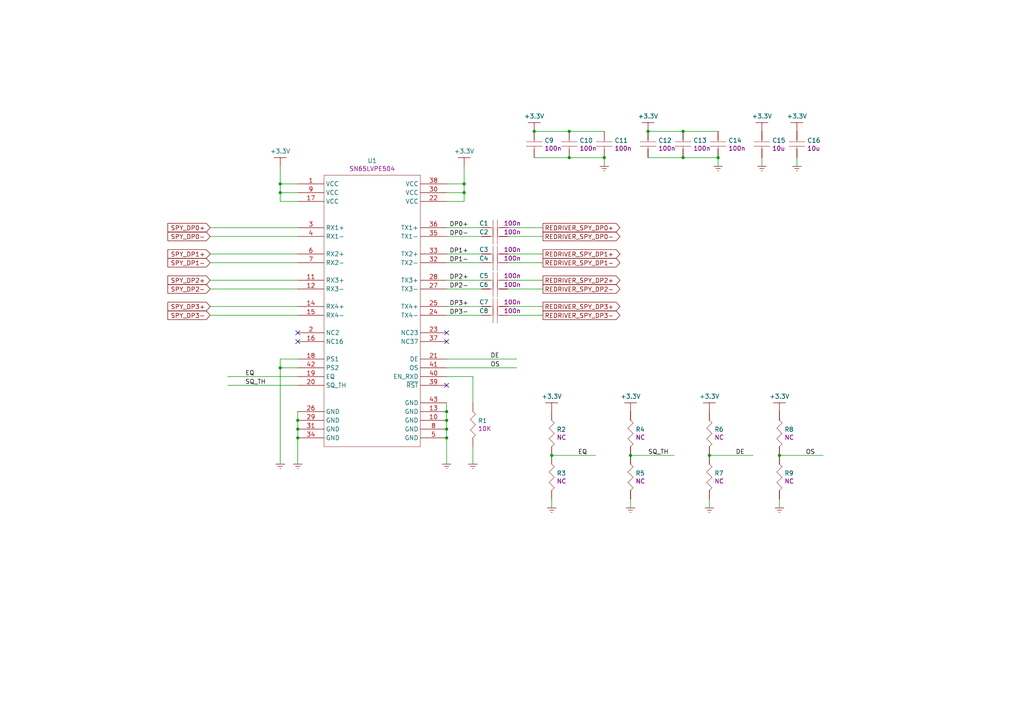
<source format=kicad_sch>
(kicad_sch (version 20200714) (host eeschema "(5.99.0-2858-ga3fc028c9b)")

  (page 4 5)

  (paper "A4")

  (title_block
    (comment 2 "VeSPA - PCIe eval plug")
  )

  (lib_symbols
    (symbol "CI_REDRIVER:PCIe_HALF_x4_Gen2_SN65LVPE504" (pin_names (offset 0.508))
      (property "Reference" "U" (id 0) (at 0 2.286 0)
        (effects (font (size 1.27 1.27)) (justify left top))
      )
      (property "Value" "PCIe_HALF_x4_Gen2_SN65LVPE504" (id 1) (at 27.94 -78.74 0)
        (effects (font (size 0.889 0.889)) (justify left) hide)
      )
      (property "Footprint" "TBD" (id 2) (at 27.94 -80.264 0)
        (effects (font (size 1.27 1.27)) (justify left) hide)
      )
      (property "Datasheet" "" (id 3) (at 0 0 0)
        (effects (font (size 1.27 1.27)) hide)
      )
      (property "Field4" "SN65LVPE504" (id 4) (at 0 -78.994 0)
        (effects (font (size 1.27 1.27)) (justify left top))
      )
      (property "a_CODE_ODY" "ODE0260" (id 5) (at 27.94 -81.788 0)
        (effects (font (size 1.27 1.27)) (justify left) hide)
      )
      (symbol "PCIe_HALF_x4_Gen2_SN65LVPE504_0_1"
        (rectangle (start 0 0) (end 27.94 -78.74)
          (stroke (width 0.1016)) (fill (type none))
        )
      )
      (symbol "PCIe_HALF_x4_Gen2_SN65LVPE504_0_0"
        (pin power_in line (at -7.62 -2.54 0) (length 7.62)
          (name "VCC" (effects (font (size 1.27 1.27))))
          (number "1" (effects (font (size 1.27 1.27))))
        )
        (pin power_in line (at 35.56 -71.12 180) (length 7.62)
          (name "GND" (effects (font (size 1.27 1.27))))
          (number "10" (effects (font (size 1.27 1.27))))
        )
        (pin passive line (at -7.62 -30.48 0) (length 7.62)
          (name "RX3+" (effects (font (size 1.27 1.27))))
          (number "11" (effects (font (size 1.27 1.27))))
        )
        (pin passive line (at -7.62 -33.02 0) (length 7.62)
          (name "RX3-" (effects (font (size 1.27 1.27))))
          (number "12" (effects (font (size 1.27 1.27))))
        )
        (pin power_in line (at 35.56 -68.58 180) (length 7.62)
          (name "GND" (effects (font (size 1.27 1.27))))
          (number "13" (effects (font (size 1.27 1.27))))
        )
        (pin passive line (at -7.62 -38.1 0) (length 7.62)
          (name "RX4+" (effects (font (size 1.27 1.27))))
          (number "14" (effects (font (size 1.27 1.27))))
        )
        (pin passive line (at -7.62 -40.64 0) (length 7.62)
          (name "RX4-" (effects (font (size 1.27 1.27))))
          (number "15" (effects (font (size 1.27 1.27))))
        )
        (pin passive line (at -7.62 -48.26 0) (length 7.62)
          (name "NC16" (effects (font (size 1.27 1.27))))
          (number "16" (effects (font (size 1.27 1.27))))
        )
        (pin power_in line (at -7.62 -7.62 0) (length 7.62)
          (name "VCC" (effects (font (size 1.27 1.27))))
          (number "17" (effects (font (size 1.27 1.27))))
        )
        (pin passive line (at -7.62 -53.34 0) (length 7.62)
          (name "PS1" (effects (font (size 1.27 1.27))))
          (number "18" (effects (font (size 1.27 1.27))))
        )
        (pin passive line (at -7.62 -58.42 0) (length 7.62)
          (name "EQ" (effects (font (size 1.27 1.27))))
          (number "19" (effects (font (size 1.27 1.27))))
        )
        (pin passive line (at -7.62 -45.72 0) (length 7.62)
          (name "NC2" (effects (font (size 1.27 1.27))))
          (number "2" (effects (font (size 1.27 1.27))))
        )
        (pin passive line (at -7.62 -60.96 0) (length 7.62)
          (name "SQ_TH" (effects (font (size 1.27 1.27))))
          (number "20" (effects (font (size 1.27 1.27))))
        )
        (pin passive line (at 35.56 -53.34 180) (length 7.62)
          (name "DE" (effects (font (size 1.27 1.27))))
          (number "21" (effects (font (size 1.27 1.27))))
        )
        (pin power_in line (at 35.56 -7.62 180) (length 7.62)
          (name "VCC" (effects (font (size 1.27 1.27))))
          (number "22" (effects (font (size 1.27 1.27))))
        )
        (pin passive line (at 35.56 -45.72 180) (length 7.62)
          (name "NC23" (effects (font (size 1.27 1.27))))
          (number "23" (effects (font (size 1.27 1.27))))
        )
        (pin passive line (at 35.56 -40.64 180) (length 7.62)
          (name "TX4-" (effects (font (size 1.27 1.27))))
          (number "24" (effects (font (size 1.27 1.27))))
        )
        (pin passive line (at 35.56 -38.1 180) (length 7.62)
          (name "TX4+" (effects (font (size 1.27 1.27))))
          (number "25" (effects (font (size 1.27 1.27))))
        )
        (pin power_in line (at -7.62 -68.58 0) (length 7.62)
          (name "GND" (effects (font (size 1.27 1.27))))
          (number "26" (effects (font (size 1.27 1.27))))
        )
        (pin passive line (at 35.56 -33.02 180) (length 7.62)
          (name "TX3-" (effects (font (size 1.27 1.27))))
          (number "27" (effects (font (size 1.27 1.27))))
        )
        (pin passive line (at 35.56 -30.48 180) (length 7.62)
          (name "TX3+" (effects (font (size 1.27 1.27))))
          (number "28" (effects (font (size 1.27 1.27))))
        )
        (pin power_in line (at -7.62 -71.12 0) (length 7.62)
          (name "GND" (effects (font (size 1.27 1.27))))
          (number "29" (effects (font (size 1.27 1.27))))
        )
        (pin passive line (at -7.62 -15.24 0) (length 7.62)
          (name "RX1+" (effects (font (size 1.27 1.27))))
          (number "3" (effects (font (size 1.27 1.27))))
        )
        (pin power_in line (at 35.56 -5.08 180) (length 7.62)
          (name "VCC" (effects (font (size 1.27 1.27))))
          (number "30" (effects (font (size 1.27 1.27))))
        )
        (pin power_in line (at -7.62 -73.66 0) (length 7.62)
          (name "GND" (effects (font (size 1.27 1.27))))
          (number "31" (effects (font (size 1.27 1.27))))
        )
        (pin passive line (at 35.56 -25.4 180) (length 7.62)
          (name "TX2-" (effects (font (size 1.27 1.27))))
          (number "32" (effects (font (size 1.27 1.27))))
        )
        (pin passive line (at 35.56 -22.86 180) (length 7.62)
          (name "TX2+" (effects (font (size 1.27 1.27))))
          (number "33" (effects (font (size 1.27 1.27))))
        )
        (pin power_in line (at -7.62 -76.2 0) (length 7.62)
          (name "GND" (effects (font (size 1.27 1.27))))
          (number "34" (effects (font (size 1.27 1.27))))
        )
        (pin passive line (at 35.56 -17.78 180) (length 7.62)
          (name "TX1-" (effects (font (size 1.27 1.27))))
          (number "35" (effects (font (size 1.27 1.27))))
        )
        (pin passive line (at 35.56 -15.24 180) (length 7.62)
          (name "TX1+" (effects (font (size 1.27 1.27))))
          (number "36" (effects (font (size 1.27 1.27))))
        )
        (pin passive line (at 35.56 -48.26 180) (length 7.62)
          (name "NC37" (effects (font (size 1.27 1.27))))
          (number "37" (effects (font (size 1.27 1.27))))
        )
        (pin power_in line (at 35.56 -2.54 180) (length 7.62)
          (name "VCC" (effects (font (size 1.27 1.27))))
          (number "38" (effects (font (size 1.27 1.27))))
        )
        (pin passive line (at 35.56 -60.96 180) (length 7.62)
          (name "~RST" (effects (font (size 1.27 1.27))))
          (number "39" (effects (font (size 1.27 1.27))))
        )
        (pin passive line (at -7.62 -17.78 0) (length 7.62)
          (name "RX1-" (effects (font (size 1.27 1.27))))
          (number "4" (effects (font (size 1.27 1.27))))
        )
        (pin passive line (at 35.56 -58.42 180) (length 7.62)
          (name "EN_RXD" (effects (font (size 1.27 1.27))))
          (number "40" (effects (font (size 1.27 1.27))))
        )
        (pin passive line (at 35.56 -55.88 180) (length 7.62)
          (name "OS" (effects (font (size 1.27 1.27))))
          (number "41" (effects (font (size 1.27 1.27))))
        )
        (pin passive line (at -7.62 -55.88 0) (length 7.62)
          (name "PS2" (effects (font (size 1.27 1.27))))
          (number "42" (effects (font (size 1.27 1.27))))
        )
        (pin power_in line (at 35.56 -66.04 180) (length 7.62)
          (name "GND" (effects (font (size 1.27 1.27))))
          (number "43" (effects (font (size 1.27 1.27))))
        )
        (pin power_in line (at 35.56 -76.2 180) (length 7.62)
          (name "GND" (effects (font (size 1.27 1.27))))
          (number "5" (effects (font (size 1.27 1.27))))
        )
        (pin passive line (at -7.62 -22.86 0) (length 7.62)
          (name "RX2+" (effects (font (size 1.27 1.27))))
          (number "6" (effects (font (size 1.27 1.27))))
        )
        (pin passive line (at -7.62 -25.4 0) (length 7.62)
          (name "RX2-" (effects (font (size 1.27 1.27))))
          (number "7" (effects (font (size 1.27 1.27))))
        )
        (pin power_in line (at 35.56 -73.66 180) (length 7.62)
          (name "GND" (effects (font (size 1.27 1.27))))
          (number "8" (effects (font (size 1.27 1.27))))
        )
        (pin power_in line (at -7.62 -5.08 0) (length 7.62)
          (name "VCC" (effects (font (size 1.27 1.27))))
          (number "9" (effects (font (size 1.27 1.27))))
        )
      )
    )
    (symbol "C_1206:C10U_50V_1206" (pin_numbers hide) (pin_names (offset 0.508) hide)
      (property "Reference" "C" (id 0) (at 2.54 2.286 0)
        (effects (font (size 1.27 1.27)) (justify left top))
      )
      (property "Value" "C10U_50V_1206" (id 1) (at 5.08 -2.54 0)
        (effects (font (size 0.889 0.889)) (justify left) hide)
      )
      (property "Footprint" "smt1206_ref" (id 2) (at 5.08 -4.064 0)
        (effects (font (size 1.27 1.27)) (justify left) hide)
      )
      (property "Datasheet" "" (id 3) (at 0 0 0)
        (effects (font (size 1.27 1.27)) hide)
      )
      (property "Field4" "10u" (id 4) (at 2.54 -2.794 0)
        (effects (font (size 1.27 1.27)) (justify left top))
      )
      (property "a_CODE_ODY" "ODE0467" (id 5) (at 5.08 -5.588 0)
        (effects (font (size 1.27 1.27)) (justify left) hide)
      )
      (property "a_NC" "" (id 6) (at 5.08 -7.112 0)
        (effects (font (size 1.27 1.27)) (justify left) hide)
      )
      (symbol "C10U_50V_1206_0_1"
        (polyline
          (pts
            (xy 2.54 0)
            (xy 2.54 -0.508)
          )
          (stroke (width 0.1016)) (fill (type none))
        )
        (polyline
          (pts
            (xy 0.254 -1.778)
            (xy 4.826 -1.778)
          )
          (stroke (width 0.1016)) (fill (type none))
        )
        (polyline
          (pts
            (xy 0.254 -0.508)
            (xy 4.826 -0.508)
          )
          (stroke (width 0.1016)) (fill (type none))
        )
        (polyline
          (pts
            (xy 2.54 -2.54)
            (xy 2.54 -1.778)
          )
          (stroke (width 0.1016)) (fill (type none))
        )
      )
      (symbol "C10U_50V_1206_0_0"
        (pin passive line (at 2.54 2.54 270) (length 2.54)
          (name "1" (effects (font (size 1.27 1.27))))
          (number "1" (effects (font (size 1.27 1.27))))
        )
        (pin passive line (at 2.54 -5.08 90) (length 2.54)
          (name "2" (effects (font (size 1.27 1.27))))
          (number "2" (effects (font (size 1.27 1.27))))
        )
      )
    )
    (symbol "EDSCH0002-V2-A-rescue:GND-MISC_KiCAD" (power) (pin_numbers hide) (pin_names (offset 0) hide)
      (property "Reference" "#PWR" (id 0) (at 0 -6.35 0)
        (effects (font (size 1.27 1.27)) hide)
      )
      (property "Value" "GND-MISC_KiCAD" (id 1) (at 0 -3.81 0)
        (effects (font (size 1.27 1.27)) hide)
      )
      (property "Footprint" "" (id 2) (at 0 1.27 0)
        (effects (font (size 1.27 1.27)) hide)
      )
      (property "Datasheet" "" (id 3) (at 0 1.27 0)
        (effects (font (size 1.27 1.27)) hide)
      )
      (symbol "GND-MISC_KiCAD_0_1"
        (polyline
          (pts
            (xy -0.635 -0.635)
            (xy 0.635 -0.635)
          )
          (stroke (width 0)) (fill (type none))
        )
        (polyline
          (pts
            (xy -0.127 -1.27)
            (xy 0.127 -1.27)
          )
          (stroke (width 0)) (fill (type none))
        )
        (polyline
          (pts
            (xy 1.27 0)
            (xy -1.27 0)
          )
          (stroke (width 0)) (fill (type none))
        )
      )
      (symbol "GND-MISC_KiCAD_1_1"
        (pin power_in line (at 0 0 270) (length 0) hide
          (name "GND" (effects (font (size 1.27 1.27))))
          (number "1" (effects (font (size 1.27 1.27))))
        )
      )
    )
    (symbol "MISC_KiCAD:+3.3V" (power) (pin_numbers hide) (pin_names (offset 0) hide)
      (property "Reference" "#PWR" (id 0) (at 0 -3.81 0)
        (effects (font (size 1.27 1.27)) hide)
      )
      (property "Value" "+3.3V" (id 1) (at 0 3.556 0)
        (effects (font (size 1.27 1.27)))
      )
      (property "Footprint" "" (id 2) (at 0 0 0)
        (effects (font (size 1.27 1.27)) hide)
      )
      (property "Datasheet" "" (id 3) (at 0 0 0)
        (effects (font (size 1.27 1.27)) hide)
      )
      (symbol "+3.3V_0_1"
        (polyline
          (pts
            (xy -1.778 2.54)
            (xy 1.778 2.54)
          )
          (stroke (width 0)) (fill (type none))
        )
        (polyline
          (pts
            (xy 0 0)
            (xy 0 2.54)
          )
          (stroke (width 0)) (fill (type none))
        )
      )
      (symbol "+3.3V_1_1"
        (pin power_in line (at 0 0 90) (length 0) hide
          (name "+3.3V" (effects (font (size 1.27 1.27))))
          (number "1" (effects (font (size 1.27 1.27))))
        )
      )
    )
    (symbol "analyzer:C100N_0402" (pin_numbers hide) (pin_names (offset 0.508) hide)
      (property "Reference" "C" (id 0) (at 5.08 0 0)
        (effects (font (size 1.27 1.27)) (justify left top))
      )
      (property "Value" "C100N_0402" (id 1) (at 5.08 -2.54 0)
        (effects (font (size 1.27 1.27)) (justify left) hide)
      )
      (property "Footprint" "r_smt0402_ref" (id 2) (at 5.08 -3.683 0)
        (effects (font (size 1.27 1.27)) (justify left) hide)
      )
      (property "Datasheet" "" (id 3) (at 0 0 0)
        (effects (font (size 1.27 1.27)) hide)
      )
      (property "Field4" "100n" (id 4) (at 5.08 -2.54 0)
        (effects (font (size 1.27 1.27)) (justify left top))
      )
      (property "a_CODE_ODY" "ODE0008" (id 5) (at 5.08 -4.826 0)
        (effects (font (size 1.27 1.27)) (justify left) hide)
      )
      (symbol "C100N_0402_0_1"
        (polyline
          (pts
            (xy 0.254 -1.778)
            (xy 4.826 -1.778)
          )
          (stroke (width 0.1016)) (fill (type none))
        )
        (polyline
          (pts
            (xy 0.254 -0.508)
            (xy 4.826 -0.508)
          )
          (stroke (width 0.1016)) (fill (type none))
        )
        (polyline
          (pts
            (xy 2.54 -2.54)
            (xy 2.54 -1.778)
          )
          (stroke (width 0.1016)) (fill (type none))
        )
        (polyline
          (pts
            (xy 2.54 0)
            (xy 2.54 -0.508)
          )
          (stroke (width 0.1016)) (fill (type none))
        )
      )
      (symbol "C100N_0402_0_0"
        (pin passive line (at 2.54 2.54 270) (length 2.54)
          (name "1" (effects (font (size 1.27 1.27))))
          (number "1" (effects (font (size 1.27 1.27))))
        )
        (pin passive line (at 2.54 -5.08 90) (length 2.54)
          (name "2" (effects (font (size 1.27 1.27))))
          (number "2" (effects (font (size 1.27 1.27))))
        )
      )
    )
    (symbol "analyzer:R10K_5%_0402" (pin_numbers hide) (pin_names (offset 0.508) hide)
      (property "Reference" "R" (id 0) (at 5.08 -0.254 0)
        (effects (font (size 1.27 1.27)) (justify left top))
      )
      (property "Value" "R10K_5%_0402" (id 1) (at 5.08 -7.62 0)
        (effects (font (size 1.27 1.27)) (justify left) hide)
      )
      (property "Footprint" "ed_footprints:r_smt0402_ref" (id 2) (at 5.08 -8.763 0)
        (effects (font (size 1.27 1.27)) (justify left) hide)
      )
      (property "Datasheet" "" (id 3) (at 0 0 0)
        (effects (font (size 1.27 1.27)) hide)
      )
      (property "Field4" "10K" (id 4) (at 5.08 -2.794 0)
        (effects (font (size 1.27 1.27)) (justify left top))
      )
      (symbol "R10K_5%_0402_0_1"
        (polyline
          (pts
            (xy 1.778 -5.334)
            (xy 3.302 -6.858)
          )
          (stroke (width 0.1016)) (fill (type none))
        )
        (polyline
          (pts
            (xy 1.778 -2.286)
            (xy 3.302 -3.81)
          )
          (stroke (width 0.1016)) (fill (type none))
        )
        (polyline
          (pts
            (xy 2.54 0)
            (xy 3.302 -0.762)
          )
          (stroke (width 0.1016)) (fill (type none))
        )
        (polyline
          (pts
            (xy 3.302 -6.858)
            (xy 2.54 -7.62)
          )
          (stroke (width 0.1016)) (fill (type none))
        )
        (polyline
          (pts
            (xy 3.302 -3.81)
            (xy 1.778 -5.334)
          )
          (stroke (width 0.1016)) (fill (type none))
        )
        (polyline
          (pts
            (xy 3.302 -0.762)
            (xy 1.778 -2.286)
          )
          (stroke (width 0.1016)) (fill (type none))
        )
      )
      (symbol "R10K_5%_0402_0_0"
        (pin passive line (at 2.54 2.54 270) (length 2.54)
          (name "1" (effects (font (size 1.27 1.27))))
          (number "1" (effects (font (size 1.27 1.27))))
        )
        (pin passive line (at 2.54 -10.16 90) (length 2.54)
          (name "2" (effects (font (size 1.27 1.27))))
          (number "2" (effects (font (size 1.27 1.27))))
        )
      )
    )
    (symbol "analyzer:R_NC_0402" (pin_numbers hide) (pin_names (offset 0.508) hide)
      (property "Reference" "R" (id 0) (at 5.08 -0.254 0)
        (effects (font (size 1.27 1.27)) (justify left top))
      )
      (property "Value" "R_NC_0402" (id 1) (at 5.08 -7.62 0)
        (effects (font (size 1.27 1.27)) (justify left) hide)
      )
      (property "Footprint" "r_smt0402_ref" (id 2) (at 5.08 -8.763 0)
        (effects (font (size 1.27 1.27)) (justify left) hide)
      )
      (property "Datasheet" "" (id 3) (at 0 0 0)
        (effects (font (size 1.27 1.27)) hide)
      )
      (property "Field4" "NC" (id 4) (at 5.08 -2.794 0)
        (effects (font (size 1.27 1.27)) (justify left top))
      )
      (symbol "R_NC_0402_0_1"
        (polyline
          (pts
            (xy 1.778 -5.334)
            (xy 3.302 -6.858)
          )
          (stroke (width 0.1016)) (fill (type none))
        )
        (polyline
          (pts
            (xy 1.778 -2.286)
            (xy 3.302 -3.81)
          )
          (stroke (width 0.1016)) (fill (type none))
        )
        (polyline
          (pts
            (xy 2.54 0)
            (xy 3.302 -0.762)
          )
          (stroke (width 0.1016)) (fill (type none))
        )
        (polyline
          (pts
            (xy 3.302 -6.858)
            (xy 2.54 -7.62)
          )
          (stroke (width 0.1016)) (fill (type none))
        )
        (polyline
          (pts
            (xy 3.302 -3.81)
            (xy 1.778 -5.334)
          )
          (stroke (width 0.1016)) (fill (type none))
        )
        (polyline
          (pts
            (xy 3.302 -0.762)
            (xy 1.778 -2.286)
          )
          (stroke (width 0.1016)) (fill (type none))
        )
      )
      (symbol "R_NC_0402_0_0"
        (pin passive line (at 2.54 2.54 270) (length 2.54)
          (name "1" (effects (font (size 1.27 1.27))))
          (number "1" (effects (font (size 1.27 1.27))))
        )
        (pin passive line (at 2.54 -10.16 90) (length 2.54)
          (name "2" (effects (font (size 1.27 1.27))))
          (number "2" (effects (font (size 1.27 1.27))))
        )
      )
    )
  )

  (junction (at 81.28 53.34) (diameter 0.762) (color 0 0 0 0))
  (junction (at 81.28 55.88) (diameter 0.762) (color 0 0 0 0))
  (junction (at 81.28 106.68) (diameter 0.762) (color 0 0 0 0))
  (junction (at 86.36 121.92) (diameter 0.762) (color 0 0 0 0))
  (junction (at 86.36 124.46) (diameter 0.762) (color 0 0 0 0))
  (junction (at 86.36 127) (diameter 0.762) (color 0 0 0 0))
  (junction (at 129.54 119.38) (diameter 0.762) (color 0 0 0 0))
  (junction (at 129.54 121.92) (diameter 0.762) (color 0 0 0 0))
  (junction (at 129.54 124.46) (diameter 0.762) (color 0 0 0 0))
  (junction (at 129.54 127) (diameter 0.762) (color 0 0 0 0))
  (junction (at 134.62 53.34) (diameter 0.762) (color 0 0 0 0))
  (junction (at 134.62 55.88) (diameter 0.762) (color 0 0 0 0))
  (junction (at 154.94 38.1) (diameter 0.762) (color 0 0 0 0))
  (junction (at 160.02 132.08) (diameter 0.762) (color 0 0 0 0))
  (junction (at 165.1 38.1) (diameter 0.762) (color 0 0 0 0))
  (junction (at 165.1 45.72) (diameter 0.762) (color 0 0 0 0))
  (junction (at 175.26 45.72) (diameter 0.762) (color 0 0 0 0))
  (junction (at 182.88 132.08) (diameter 0.762) (color 0 0 0 0))
  (junction (at 187.96 38.1) (diameter 0.762) (color 0 0 0 0))
  (junction (at 198.12 38.1) (diameter 0.762) (color 0 0 0 0))
  (junction (at 198.12 45.72) (diameter 0.762) (color 0 0 0 0))
  (junction (at 205.74 132.08) (diameter 0.762) (color 0 0 0 0))
  (junction (at 208.28 45.72) (diameter 0.762) (color 0 0 0 0))
  (junction (at 226.06 132.08) (diameter 0.762) (color 0 0 0 0))

  (no_connect (at 86.36 96.52))
  (no_connect (at 129.54 111.76))
  (no_connect (at 129.54 99.06))
  (no_connect (at 86.36 99.06))
  (no_connect (at 129.54 96.52))

  (wire (pts (xy 60.96 66.04) (xy 86.36 66.04))
    (stroke (width 0) (type solid) (color 0 0 0 0))
  )
  (wire (pts (xy 60.96 73.66) (xy 86.36 73.66))
    (stroke (width 0) (type solid) (color 0 0 0 0))
  )
  (wire (pts (xy 60.96 81.28) (xy 86.36 81.28))
    (stroke (width 0) (type solid) (color 0 0 0 0))
  )
  (wire (pts (xy 60.96 88.9) (xy 86.36 88.9))
    (stroke (width 0) (type solid) (color 0 0 0 0))
  )
  (wire (pts (xy 81.28 53.34) (xy 81.28 48.26))
    (stroke (width 0) (type solid) (color 0 0 0 0))
  )
  (wire (pts (xy 81.28 55.88) (xy 81.28 53.34))
    (stroke (width 0) (type solid) (color 0 0 0 0))
  )
  (wire (pts (xy 81.28 58.42) (xy 81.28 55.88))
    (stroke (width 0) (type solid) (color 0 0 0 0))
  )
  (wire (pts (xy 81.28 104.14) (xy 81.28 106.68))
    (stroke (width 0) (type solid) (color 0 0 0 0))
  )
  (wire (pts (xy 81.28 106.68) (xy 81.28 134.62))
    (stroke (width 0) (type solid) (color 0 0 0 0))
  )
  (wire (pts (xy 86.36 53.34) (xy 81.28 53.34))
    (stroke (width 0) (type solid) (color 0 0 0 0))
  )
  (wire (pts (xy 86.36 55.88) (xy 81.28 55.88))
    (stroke (width 0) (type solid) (color 0 0 0 0))
  )
  (wire (pts (xy 86.36 58.42) (xy 81.28 58.42))
    (stroke (width 0) (type solid) (color 0 0 0 0))
  )
  (wire (pts (xy 86.36 68.58) (xy 60.96 68.58))
    (stroke (width 0) (type solid) (color 0 0 0 0))
  )
  (wire (pts (xy 86.36 76.2) (xy 60.96 76.2))
    (stroke (width 0) (type solid) (color 0 0 0 0))
  )
  (wire (pts (xy 86.36 83.82) (xy 60.96 83.82))
    (stroke (width 0) (type solid) (color 0 0 0 0))
  )
  (wire (pts (xy 86.36 91.44) (xy 60.96 91.44))
    (stroke (width 0) (type solid) (color 0 0 0 0))
  )
  (wire (pts (xy 86.36 104.14) (xy 81.28 104.14))
    (stroke (width 0) (type solid) (color 0 0 0 0))
  )
  (wire (pts (xy 86.36 106.68) (xy 81.28 106.68))
    (stroke (width 0) (type solid) (color 0 0 0 0))
  )
  (wire (pts (xy 86.36 109.22) (xy 66.04 109.22))
    (stroke (width 0) (type solid) (color 0 0 0 0))
  )
  (wire (pts (xy 86.36 111.76) (xy 66.04 111.76))
    (stroke (width 0) (type solid) (color 0 0 0 0))
  )
  (wire (pts (xy 86.36 119.38) (xy 86.36 121.92))
    (stroke (width 0) (type solid) (color 0 0 0 0))
  )
  (wire (pts (xy 86.36 121.92) (xy 86.36 124.46))
    (stroke (width 0) (type solid) (color 0 0 0 0))
  )
  (wire (pts (xy 86.36 124.46) (xy 86.36 127))
    (stroke (width 0) (type solid) (color 0 0 0 0))
  )
  (wire (pts (xy 86.36 127) (xy 86.36 134.62))
    (stroke (width 0) (type solid) (color 0 0 0 0))
  )
  (wire (pts (xy 129.54 53.34) (xy 134.62 53.34))
    (stroke (width 0) (type solid) (color 0 0 0 0))
  )
  (wire (pts (xy 129.54 55.88) (xy 134.62 55.88))
    (stroke (width 0) (type solid) (color 0 0 0 0))
  )
  (wire (pts (xy 129.54 58.42) (xy 134.62 58.42))
    (stroke (width 0) (type solid) (color 0 0 0 0))
  )
  (wire (pts (xy 129.54 66.04) (xy 139.7 66.04))
    (stroke (width 0) (type solid) (color 0 0 0 0))
  )
  (wire (pts (xy 129.54 68.58) (xy 139.7 68.58))
    (stroke (width 0) (type solid) (color 0 0 0 0))
  )
  (wire (pts (xy 129.54 73.66) (xy 139.7 73.66))
    (stroke (width 0) (type solid) (color 0 0 0 0))
  )
  (wire (pts (xy 129.54 76.2) (xy 139.7 76.2))
    (stroke (width 0) (type solid) (color 0 0 0 0))
  )
  (wire (pts (xy 129.54 81.28) (xy 139.7 81.28))
    (stroke (width 0) (type solid) (color 0 0 0 0))
  )
  (wire (pts (xy 129.54 83.82) (xy 139.7 83.82))
    (stroke (width 0) (type solid) (color 0 0 0 0))
  )
  (wire (pts (xy 129.54 88.9) (xy 139.7 88.9))
    (stroke (width 0) (type solid) (color 0 0 0 0))
  )
  (wire (pts (xy 129.54 91.44) (xy 139.7 91.44))
    (stroke (width 0) (type solid) (color 0 0 0 0))
  )
  (wire (pts (xy 129.54 109.22) (xy 137.16 109.22))
    (stroke (width 0) (type solid) (color 0 0 0 0))
  )
  (wire (pts (xy 129.54 116.84) (xy 129.54 119.38))
    (stroke (width 0) (type solid) (color 0 0 0 0))
  )
  (wire (pts (xy 129.54 121.92) (xy 129.54 119.38))
    (stroke (width 0) (type solid) (color 0 0 0 0))
  )
  (wire (pts (xy 129.54 121.92) (xy 129.54 124.46))
    (stroke (width 0) (type solid) (color 0 0 0 0))
  )
  (wire (pts (xy 129.54 124.46) (xy 129.54 127))
    (stroke (width 0) (type solid) (color 0 0 0 0))
  )
  (wire (pts (xy 129.54 127) (xy 129.54 134.62))
    (stroke (width 0) (type solid) (color 0 0 0 0))
  )
  (wire (pts (xy 134.62 53.34) (xy 134.62 48.26))
    (stroke (width 0) (type solid) (color 0 0 0 0))
  )
  (wire (pts (xy 134.62 55.88) (xy 134.62 53.34))
    (stroke (width 0) (type solid) (color 0 0 0 0))
  )
  (wire (pts (xy 134.62 58.42) (xy 134.62 55.88))
    (stroke (width 0) (type solid) (color 0 0 0 0))
  )
  (wire (pts (xy 137.16 109.22) (xy 137.16 116.84))
    (stroke (width 0) (type solid) (color 0 0 0 0))
  )
  (wire (pts (xy 137.16 129.54) (xy 137.16 134.62))
    (stroke (width 0) (type solid) (color 0 0 0 0))
  )
  (wire (pts (xy 147.32 66.04) (xy 157.48 66.04))
    (stroke (width 0) (type solid) (color 0 0 0 0))
  )
  (wire (pts (xy 147.32 68.58) (xy 157.48 68.58))
    (stroke (width 0) (type solid) (color 0 0 0 0))
  )
  (wire (pts (xy 147.32 73.66) (xy 157.48 73.66))
    (stroke (width 0) (type solid) (color 0 0 0 0))
  )
  (wire (pts (xy 147.32 76.2) (xy 157.48 76.2))
    (stroke (width 0) (type solid) (color 0 0 0 0))
  )
  (wire (pts (xy 147.32 81.28) (xy 157.48 81.28))
    (stroke (width 0) (type solid) (color 0 0 0 0))
  )
  (wire (pts (xy 147.32 83.82) (xy 157.48 83.82))
    (stroke (width 0) (type solid) (color 0 0 0 0))
  )
  (wire (pts (xy 147.32 88.9) (xy 157.48 88.9))
    (stroke (width 0) (type solid) (color 0 0 0 0))
  )
  (wire (pts (xy 147.32 91.44) (xy 157.48 91.44))
    (stroke (width 0) (type solid) (color 0 0 0 0))
  )
  (wire (pts (xy 149.86 104.14) (xy 129.54 104.14))
    (stroke (width 0) (type solid) (color 0 0 0 0))
  )
  (wire (pts (xy 149.86 106.68) (xy 129.54 106.68))
    (stroke (width 0) (type solid) (color 0 0 0 0))
  )
  (wire (pts (xy 154.94 38.1) (xy 165.1 38.1))
    (stroke (width 0) (type solid) (color 0 0 0 0))
  )
  (wire (pts (xy 154.94 45.72) (xy 165.1 45.72))
    (stroke (width 0) (type solid) (color 0 0 0 0))
  )
  (wire (pts (xy 160.02 132.08) (xy 172.72 132.08))
    (stroke (width 0) (type solid) (color 0 0 0 0))
  )
  (wire (pts (xy 160.02 147.32) (xy 160.02 144.78))
    (stroke (width 0) (type solid) (color 0 0 0 0))
  )
  (wire (pts (xy 165.1 38.1) (xy 175.26 38.1))
    (stroke (width 0) (type solid) (color 0 0 0 0))
  )
  (wire (pts (xy 165.1 45.72) (xy 175.26 45.72))
    (stroke (width 0) (type solid) (color 0 0 0 0))
  )
  (wire (pts (xy 175.26 48.26) (xy 175.26 45.72))
    (stroke (width 0) (type solid) (color 0 0 0 0))
  )
  (wire (pts (xy 182.88 132.08) (xy 195.58 132.08))
    (stroke (width 0) (type solid) (color 0 0 0 0))
  )
  (wire (pts (xy 182.88 147.32) (xy 182.88 144.78))
    (stroke (width 0) (type solid) (color 0 0 0 0))
  )
  (wire (pts (xy 187.96 38.1) (xy 198.12 38.1))
    (stroke (width 0) (type solid) (color 0 0 0 0))
  )
  (wire (pts (xy 187.96 45.72) (xy 198.12 45.72))
    (stroke (width 0) (type solid) (color 0 0 0 0))
  )
  (wire (pts (xy 198.12 38.1) (xy 208.28 38.1))
    (stroke (width 0) (type solid) (color 0 0 0 0))
  )
  (wire (pts (xy 198.12 45.72) (xy 208.28 45.72))
    (stroke (width 0) (type solid) (color 0 0 0 0))
  )
  (wire (pts (xy 205.74 132.08) (xy 218.44 132.08))
    (stroke (width 0) (type solid) (color 0 0 0 0))
  )
  (wire (pts (xy 205.74 147.32) (xy 205.74 144.78))
    (stroke (width 0) (type solid) (color 0 0 0 0))
  )
  (wire (pts (xy 208.28 48.26) (xy 208.28 45.72))
    (stroke (width 0) (type solid) (color 0 0 0 0))
  )
  (wire (pts (xy 220.98 48.26) (xy 220.98 45.72))
    (stroke (width 0) (type solid) (color 0 0 0 0))
  )
  (wire (pts (xy 226.06 132.08) (xy 238.76 132.08))
    (stroke (width 0) (type solid) (color 0 0 0 0))
  )
  (wire (pts (xy 226.06 147.32) (xy 226.06 144.78))
    (stroke (width 0) (type solid) (color 0 0 0 0))
  )
  (wire (pts (xy 231.14 48.26) (xy 231.14 45.72))
    (stroke (width 0) (type solid) (color 0 0 0 0))
  )

  (label "EQ" (at 71.12 109.22 0)
    (effects (font (size 1.27 1.27)) (justify left bottom))
  )
  (label "SQ_TH" (at 71.12 111.76 0)
    (effects (font (size 1.27 1.27)) (justify left bottom))
  )
  (label "DP0+" (at 135.89 66.04 180)
    (effects (font (size 1.27 1.27)) (justify right bottom))
  )
  (label "DP0-" (at 135.89 68.58 180)
    (effects (font (size 1.27 1.27)) (justify right bottom))
  )
  (label "DP1+" (at 135.89 73.66 180)
    (effects (font (size 1.27 1.27)) (justify right bottom))
  )
  (label "DP1-" (at 135.89 76.2 180)
    (effects (font (size 1.27 1.27)) (justify right bottom))
  )
  (label "DP2+" (at 135.89 81.28 180)
    (effects (font (size 1.27 1.27)) (justify right bottom))
  )
  (label "DP2-" (at 135.89 83.82 180)
    (effects (font (size 1.27 1.27)) (justify right bottom))
  )
  (label "DP3+" (at 135.89 88.9 180)
    (effects (font (size 1.27 1.27)) (justify right bottom))
  )
  (label "DP3-" (at 135.89 91.44 180)
    (effects (font (size 1.27 1.27)) (justify right bottom))
  )
  (label "DE" (at 142.24 104.14 0)
    (effects (font (size 1.27 1.27)) (justify left bottom))
  )
  (label "OS" (at 142.24 106.68 0)
    (effects (font (size 1.27 1.27)) (justify left bottom))
  )
  (label "EQ" (at 167.64 132.08 0)
    (effects (font (size 1.27 1.27)) (justify left bottom))
  )
  (label "SQ_TH" (at 187.96 132.08 0)
    (effects (font (size 1.27 1.27)) (justify left bottom))
  )
  (label "DE" (at 213.36 132.08 0)
    (effects (font (size 1.27 1.27)) (justify left bottom))
  )
  (label "OS" (at 233.68 132.08 0)
    (effects (font (size 1.27 1.27)) (justify left bottom))
  )

  (global_label "SPY_DP0+" (shape input) (at 60.96 66.04 180)
    (effects (font (size 1.27 1.27)) (justify right))
  )
  (global_label "SPY_DP0-" (shape input) (at 60.96 68.58 180)
    (effects (font (size 1.27 1.27)) (justify right))
  )
  (global_label "SPY_DP1+" (shape input) (at 60.96 73.66 180)
    (effects (font (size 1.27 1.27)) (justify right))
  )
  (global_label "SPY_DP1-" (shape input) (at 60.96 76.2 180)
    (effects (font (size 1.27 1.27)) (justify right))
  )
  (global_label "SPY_DP2+" (shape input) (at 60.96 81.28 180)
    (effects (font (size 1.27 1.27)) (justify right))
  )
  (global_label "SPY_DP2-" (shape input) (at 60.96 83.82 180)
    (effects (font (size 1.27 1.27)) (justify right))
  )
  (global_label "SPY_DP3+" (shape input) (at 60.96 88.9 180)
    (effects (font (size 1.27 1.27)) (justify right))
  )
  (global_label "SPY_DP3-" (shape input) (at 60.96 91.44 180)
    (effects (font (size 1.27 1.27)) (justify right))
  )
  (global_label "REDRIVER_SPY_DP0+" (shape output) (at 157.48 66.04 0)
    (effects (font (size 1.27 1.27)) (justify left))
  )
  (global_label "REDRIVER_SPY_DP0-" (shape output) (at 157.48 68.58 0)
    (effects (font (size 1.27 1.27)) (justify left))
  )
  (global_label "REDRIVER_SPY_DP1+" (shape output) (at 157.48 73.66 0)
    (effects (font (size 1.27 1.27)) (justify left))
  )
  (global_label "REDRIVER_SPY_DP1-" (shape output) (at 157.48 76.2 0)
    (effects (font (size 1.27 1.27)) (justify left))
  )
  (global_label "REDRIVER_SPY_DP2+" (shape output) (at 157.48 81.28 0)
    (effects (font (size 1.27 1.27)) (justify left))
  )
  (global_label "REDRIVER_SPY_DP2-" (shape output) (at 157.48 83.82 0)
    (effects (font (size 1.27 1.27)) (justify left))
  )
  (global_label "REDRIVER_SPY_DP3+" (shape output) (at 157.48 88.9 0)
    (effects (font (size 1.27 1.27)) (justify left))
  )
  (global_label "REDRIVER_SPY_DP3-" (shape output) (at 157.48 91.44 0)
    (effects (font (size 1.27 1.27)) (justify left))
  )

  (symbol (lib_id "EDSCH0002-V2-A-rescue:GND-MISC_KiCAD") (at 81.28 134.62 0) (unit 1)
    (in_bom yes) (on_board yes)
    (uuid "00000000-0000-0000-0000-00005db322a2")
    (property "Reference" "#PWR08" (id 0) (at 81.28 140.97 0)
      (effects (font (size 1.27 1.27)) hide)
    )
    (property "Value" "GND" (id 1) (at 81.28 138.43 0)
      (effects (font (size 1.27 1.27)) hide)
    )
    (property "Footprint" "" (id 2) (at 81.28 134.62 0)
      (effects (font (size 1.27 1.27)) hide)
    )
    (property "Datasheet" "" (id 3) (at 81.28 134.62 0)
      (effects (font (size 1.27 1.27)) hide)
    )
  )

  (symbol (lib_id "EDSCH0002-V2-A-rescue:GND-MISC_KiCAD") (at 86.36 134.62 0) (unit 1)
    (in_bom yes) (on_board yes)
    (uuid "00000000-0000-0000-0000-00005db235ec")
    (property "Reference" "#PWR09" (id 0) (at 86.36 140.97 0)
      (effects (font (size 1.27 1.27)) hide)
    )
    (property "Value" "GND" (id 1) (at 86.36 138.43 0)
      (effects (font (size 1.27 1.27)) hide)
    )
    (property "Footprint" "" (id 2) (at 86.36 134.62 0)
      (effects (font (size 1.27 1.27)) hide)
    )
    (property "Datasheet" "" (id 3) (at 86.36 134.62 0)
      (effects (font (size 1.27 1.27)) hide)
    )
  )

  (symbol (lib_id "EDSCH0002-V2-A-rescue:GND-MISC_KiCAD") (at 129.54 134.62 0) (unit 1)
    (in_bom yes) (on_board yes)
    (uuid "00000000-0000-0000-0000-00005db17b41")
    (property "Reference" "#PWR010" (id 0) (at 129.54 140.97 0)
      (effects (font (size 1.27 1.27)) hide)
    )
    (property "Value" "GND" (id 1) (at 129.54 138.43 0)
      (effects (font (size 1.27 1.27)) hide)
    )
    (property "Footprint" "" (id 2) (at 129.54 134.62 0)
      (effects (font (size 1.27 1.27)) hide)
    )
    (property "Datasheet" "" (id 3) (at 129.54 134.62 0)
      (effects (font (size 1.27 1.27)) hide)
    )
  )

  (symbol (lib_id "EDSCH0002-V2-A-rescue:GND-MISC_KiCAD") (at 137.16 134.62 0) (unit 1)
    (in_bom yes) (on_board yes)
    (uuid "00000000-0000-0000-0000-00005dbb7b4f")
    (property "Reference" "#PWR012" (id 0) (at 137.16 140.97 0)
      (effects (font (size 1.27 1.27)) hide)
    )
    (property "Value" "GND" (id 1) (at 137.16 138.43 0)
      (effects (font (size 1.27 1.27)) hide)
    )
    (property "Footprint" "" (id 2) (at 137.16 134.62 0)
      (effects (font (size 1.27 1.27)) hide)
    )
    (property "Datasheet" "" (id 3) (at 137.16 134.62 0)
      (effects (font (size 1.27 1.27)) hide)
    )
  )

  (symbol (lib_id "EDSCH0002-V2-A-rescue:GND-MISC_KiCAD") (at 160.02 147.32 0) (unit 1)
    (in_bom yes) (on_board yes)
    (uuid "00000000-0000-0000-0000-00005db36ca3")
    (property "Reference" "#PWR015" (id 0) (at 160.02 153.67 0)
      (effects (font (size 1.27 1.27)) hide)
    )
    (property "Value" "GND" (id 1) (at 160.02 151.13 0)
      (effects (font (size 1.27 1.27)) hide)
    )
    (property "Footprint" "" (id 2) (at 160.02 147.32 0)
      (effects (font (size 1.27 1.27)) hide)
    )
    (property "Datasheet" "" (id 3) (at 160.02 147.32 0)
      (effects (font (size 1.27 1.27)) hide)
    )
  )

  (symbol (lib_id "EDSCH0002-V2-A-rescue:GND-MISC_KiCAD") (at 175.26 48.26 0) (unit 1)
    (in_bom yes) (on_board yes)
    (uuid "00000000-0000-0000-0000-00005de4a25d")
    (property "Reference" "#PWR016" (id 0) (at 175.26 54.61 0)
      (effects (font (size 1.27 1.27)) hide)
    )
    (property "Value" "GND" (id 1) (at 175.26 52.07 0)
      (effects (font (size 1.27 1.27)) hide)
    )
    (property "Footprint" "" (id 2) (at 175.26 48.26 0)
      (effects (font (size 1.27 1.27)) hide)
    )
    (property "Datasheet" "" (id 3) (at 175.26 48.26 0)
      (effects (font (size 1.27 1.27)) hide)
    )
  )

  (symbol (lib_id "EDSCH0002-V2-A-rescue:GND-MISC_KiCAD") (at 182.88 147.32 0) (unit 1)
    (in_bom yes) (on_board yes)
    (uuid "00000000-0000-0000-0000-00005db3fbeb")
    (property "Reference" "#PWR018" (id 0) (at 182.88 153.67 0)
      (effects (font (size 1.27 1.27)) hide)
    )
    (property "Value" "GND" (id 1) (at 182.88 151.13 0)
      (effects (font (size 1.27 1.27)) hide)
    )
    (property "Footprint" "" (id 2) (at 182.88 147.32 0)
      (effects (font (size 1.27 1.27)) hide)
    )
    (property "Datasheet" "" (id 3) (at 182.88 147.32 0)
      (effects (font (size 1.27 1.27)) hide)
    )
  )

  (symbol (lib_id "EDSCH0002-V2-A-rescue:GND-MISC_KiCAD") (at 205.74 147.32 0) (unit 1)
    (in_bom yes) (on_board yes)
    (uuid "00000000-0000-0000-0000-00005db435aa")
    (property "Reference" "#PWR021" (id 0) (at 205.74 153.67 0)
      (effects (font (size 1.27 1.27)) hide)
    )
    (property "Value" "GND" (id 1) (at 205.74 151.13 0)
      (effects (font (size 1.27 1.27)) hide)
    )
    (property "Footprint" "" (id 2) (at 205.74 147.32 0)
      (effects (font (size 1.27 1.27)) hide)
    )
    (property "Datasheet" "" (id 3) (at 205.74 147.32 0)
      (effects (font (size 1.27 1.27)) hide)
    )
  )

  (symbol (lib_id "EDSCH0002-V2-A-rescue:GND-MISC_KiCAD") (at 208.28 48.26 0) (unit 1)
    (in_bom yes) (on_board yes)
    (uuid "00000000-0000-0000-0000-00005dcf032a")
    (property "Reference" "#PWR022" (id 0) (at 208.28 54.61 0)
      (effects (font (size 1.27 1.27)) hide)
    )
    (property "Value" "GND" (id 1) (at 208.28 52.07 0)
      (effects (font (size 1.27 1.27)) hide)
    )
    (property "Footprint" "" (id 2) (at 208.28 48.26 0)
      (effects (font (size 1.27 1.27)) hide)
    )
    (property "Datasheet" "" (id 3) (at 208.28 48.26 0)
      (effects (font (size 1.27 1.27)) hide)
    )
  )

  (symbol (lib_id "EDSCH0002-V2-A-rescue:GND-MISC_KiCAD") (at 220.98 48.26 0) (unit 1)
    (in_bom yes) (on_board yes)
    (uuid "00000000-0000-0000-0000-00005dcf02dc")
    (property "Reference" "#PWR024" (id 0) (at 220.98 54.61 0)
      (effects (font (size 1.27 1.27)) hide)
    )
    (property "Value" "GND" (id 1) (at 220.98 52.07 0)
      (effects (font (size 1.27 1.27)) hide)
    )
    (property "Footprint" "" (id 2) (at 220.98 48.26 0)
      (effects (font (size 1.27 1.27)) hide)
    )
    (property "Datasheet" "" (id 3) (at 220.98 48.26 0)
      (effects (font (size 1.27 1.27)) hide)
    )
  )

  (symbol (lib_id "EDSCH0002-V2-A-rescue:GND-MISC_KiCAD") (at 226.06 147.32 0) (unit 1)
    (in_bom yes) (on_board yes)
    (uuid "00000000-0000-0000-0000-00005db44b19")
    (property "Reference" "#PWR026" (id 0) (at 226.06 153.67 0)
      (effects (font (size 1.27 1.27)) hide)
    )
    (property "Value" "GND" (id 1) (at 226.06 151.13 0)
      (effects (font (size 1.27 1.27)) hide)
    )
    (property "Footprint" "" (id 2) (at 226.06 147.32 0)
      (effects (font (size 1.27 1.27)) hide)
    )
    (property "Datasheet" "" (id 3) (at 226.06 147.32 0)
      (effects (font (size 1.27 1.27)) hide)
    )
  )

  (symbol (lib_id "EDSCH0002-V2-A-rescue:GND-MISC_KiCAD") (at 231.14 48.26 0) (unit 1)
    (in_bom yes) (on_board yes)
    (uuid "00000000-0000-0000-0000-00005dcf030c")
    (property "Reference" "#PWR028" (id 0) (at 231.14 54.61 0)
      (effects (font (size 1.27 1.27)) hide)
    )
    (property "Value" "GND" (id 1) (at 231.14 52.07 0)
      (effects (font (size 1.27 1.27)) hide)
    )
    (property "Footprint" "" (id 2) (at 231.14 48.26 0)
      (effects (font (size 1.27 1.27)) hide)
    )
    (property "Datasheet" "" (id 3) (at 231.14 48.26 0)
      (effects (font (size 1.27 1.27)) hide)
    )
  )

  (symbol (lib_id "MISC_KiCAD:+3.3V") (at 81.28 48.26 0) (unit 1)
    (in_bom yes) (on_board yes)
    (uuid "00000000-0000-0000-0000-00005e232642")
    (property "Reference" "#PWR07" (id 0) (at 81.28 52.07 0)
      (effects (font (size 1.27 1.27)) hide)
    )
    (property "Value" "+3.3V" (id 1) (at 81.28 43.8658 0))
    (property "Footprint" "" (id 2) (at 81.28 48.26 0)
      (effects (font (size 1.27 1.27)) hide)
    )
    (property "Datasheet" "" (id 3) (at 81.28 48.26 0)
      (effects (font (size 1.27 1.27)) hide)
    )
  )

  (symbol (lib_id "MISC_KiCAD:+3.3V") (at 134.62 48.26 0) (unit 1)
    (in_bom yes) (on_board yes)
    (uuid "00000000-0000-0000-0000-00005e232fe1")
    (property "Reference" "#PWR011" (id 0) (at 134.62 52.07 0)
      (effects (font (size 1.27 1.27)) hide)
    )
    (property "Value" "+3.3V" (id 1) (at 134.62 43.8658 0))
    (property "Footprint" "" (id 2) (at 134.62 48.26 0)
      (effects (font (size 1.27 1.27)) hide)
    )
    (property "Datasheet" "" (id 3) (at 134.62 48.26 0)
      (effects (font (size 1.27 1.27)) hide)
    )
  )

  (symbol (lib_id "MISC_KiCAD:+3.3V") (at 154.94 38.1 0) (unit 1)
    (in_bom yes) (on_board yes)
    (uuid "00000000-0000-0000-0000-00005e2335f3")
    (property "Reference" "#PWR013" (id 0) (at 154.94 41.91 0)
      (effects (font (size 1.27 1.27)) hide)
    )
    (property "Value" "+3.3V" (id 1) (at 154.94 33.7058 0))
    (property "Footprint" "" (id 2) (at 154.94 38.1 0)
      (effects (font (size 1.27 1.27)) hide)
    )
    (property "Datasheet" "" (id 3) (at 154.94 38.1 0)
      (effects (font (size 1.27 1.27)) hide)
    )
  )

  (symbol (lib_id "MISC_KiCAD:+3.3V") (at 160.02 119.38 0) (unit 1)
    (in_bom yes) (on_board yes)
    (uuid "00000000-0000-0000-0000-00005e2354c2")
    (property "Reference" "#PWR014" (id 0) (at 160.02 123.19 0)
      (effects (font (size 1.27 1.27)) hide)
    )
    (property "Value" "+3.3V" (id 1) (at 160.02 114.9858 0))
    (property "Footprint" "" (id 2) (at 160.02 119.38 0)
      (effects (font (size 1.27 1.27)) hide)
    )
    (property "Datasheet" "" (id 3) (at 160.02 119.38 0)
      (effects (font (size 1.27 1.27)) hide)
    )
  )

  (symbol (lib_id "MISC_KiCAD:+3.3V") (at 182.88 119.38 0) (unit 1)
    (in_bom yes) (on_board yes)
    (uuid "00000000-0000-0000-0000-00005e2363f6")
    (property "Reference" "#PWR017" (id 0) (at 182.88 123.19 0)
      (effects (font (size 1.27 1.27)) hide)
    )
    (property "Value" "+3.3V" (id 1) (at 182.88 114.9858 0))
    (property "Footprint" "" (id 2) (at 182.88 119.38 0)
      (effects (font (size 1.27 1.27)) hide)
    )
    (property "Datasheet" "" (id 3) (at 182.88 119.38 0)
      (effects (font (size 1.27 1.27)) hide)
    )
  )

  (symbol (lib_id "MISC_KiCAD:+3.3V") (at 187.96 38.1 0) (unit 1)
    (in_bom yes) (on_board yes)
    (uuid "00000000-0000-0000-0000-00005e233ad1")
    (property "Reference" "#PWR019" (id 0) (at 187.96 41.91 0)
      (effects (font (size 1.27 1.27)) hide)
    )
    (property "Value" "+3.3V" (id 1) (at 187.96 33.7058 0))
    (property "Footprint" "" (id 2) (at 187.96 38.1 0)
      (effects (font (size 1.27 1.27)) hide)
    )
    (property "Datasheet" "" (id 3) (at 187.96 38.1 0)
      (effects (font (size 1.27 1.27)) hide)
    )
  )

  (symbol (lib_id "MISC_KiCAD:+3.3V") (at 205.74 119.38 0) (unit 1)
    (in_bom yes) (on_board yes)
    (uuid "00000000-0000-0000-0000-00005e23691e")
    (property "Reference" "#PWR020" (id 0) (at 205.74 123.19 0)
      (effects (font (size 1.27 1.27)) hide)
    )
    (property "Value" "+3.3V" (id 1) (at 205.74 114.9858 0))
    (property "Footprint" "" (id 2) (at 205.74 119.38 0)
      (effects (font (size 1.27 1.27)) hide)
    )
    (property "Datasheet" "" (id 3) (at 205.74 119.38 0)
      (effects (font (size 1.27 1.27)) hide)
    )
  )

  (symbol (lib_id "MISC_KiCAD:+3.3V") (at 220.98 38.1 0) (unit 1)
    (in_bom yes) (on_board yes)
    (uuid "00000000-0000-0000-0000-00005e2340c0")
    (property "Reference" "#PWR023" (id 0) (at 220.98 41.91 0)
      (effects (font (size 1.27 1.27)) hide)
    )
    (property "Value" "+3.3V" (id 1) (at 220.98 33.7058 0))
    (property "Footprint" "" (id 2) (at 220.98 38.1 0)
      (effects (font (size 1.27 1.27)) hide)
    )
    (property "Datasheet" "" (id 3) (at 220.98 38.1 0)
      (effects (font (size 1.27 1.27)) hide)
    )
  )

  (symbol (lib_id "MISC_KiCAD:+3.3V") (at 226.06 119.38 0) (unit 1)
    (in_bom yes) (on_board yes)
    (uuid "00000000-0000-0000-0000-00005e236ccc")
    (property "Reference" "#PWR025" (id 0) (at 226.06 123.19 0)
      (effects (font (size 1.27 1.27)) hide)
    )
    (property "Value" "+3.3V" (id 1) (at 226.06 114.9858 0))
    (property "Footprint" "" (id 2) (at 226.06 119.38 0)
      (effects (font (size 1.27 1.27)) hide)
    )
    (property "Datasheet" "" (id 3) (at 226.06 119.38 0)
      (effects (font (size 1.27 1.27)) hide)
    )
  )

  (symbol (lib_id "MISC_KiCAD:+3.3V") (at 231.14 38.1 0) (unit 1)
    (in_bom yes) (on_board yes)
    (uuid "00000000-0000-0000-0000-00005e23469f")
    (property "Reference" "#PWR027" (id 0) (at 231.14 41.91 0)
      (effects (font (size 1.27 1.27)) hide)
    )
    (property "Value" "+3.3V" (id 1) (at 231.14 33.7058 0))
    (property "Footprint" "" (id 2) (at 231.14 38.1 0)
      (effects (font (size 1.27 1.27)) hide)
    )
    (property "Datasheet" "" (id 3) (at 231.14 38.1 0)
      (effects (font (size 1.27 1.27)) hide)
    )
  )

  (symbol (lib_id "analyzer:R10K_5%_0402") (at 134.62 119.38 0) (unit 1)
    (in_bom yes) (on_board yes)
    (uuid "00000000-0000-0000-0000-00005e2438ed")
    (property "Reference" "R1" (id 0) (at 138.6078 122.0216 0)
      (effects (font (size 1.27 1.27)) (justify left))
    )
    (property "Value" "R10K_5%_0402" (id 1) (at 139.7 127 0)
      (effects (font (size 1.27 1.27)) (justify left) hide)
    )
    (property "Footprint" "ed_footprints:r_smt0402_ref" (id 2) (at 139.7 128.143 0)
      (effects (font (size 1.27 1.27)) (justify left) hide)
    )
    (property "Datasheet" "" (id 3) (at 134.62 119.38 0)
      (effects (font (size 1.27 1.27)) hide)
    )
    (property "Field4" "10K" (id 4) (at 138.6078 124.333 0)
      (effects (font (size 1.27 1.27)) (justify left))
    )
  )

  (symbol (lib_id "analyzer:R_NC_0402") (at 157.48 121.92 0) (unit 1)
    (in_bom yes) (on_board yes)
    (uuid "00000000-0000-0000-0000-00005e244941")
    (property "Reference" "R2" (id 0) (at 161.4678 124.5616 0)
      (effects (font (size 1.27 1.27)) (justify left))
    )
    (property "Value" "R_NC_0402" (id 1) (at 162.56 129.54 0)
      (effects (font (size 1.27 1.27)) (justify left) hide)
    )
    (property "Footprint" "ed_footprints:r_smt0402_ref" (id 2) (at 162.56 130.683 0)
      (effects (font (size 1.27 1.27)) (justify left) hide)
    )
    (property "Datasheet" "" (id 3) (at 157.48 121.92 0)
      (effects (font (size 1.27 1.27)) hide)
    )
    (property "Field4" "NC" (id 4) (at 161.4678 126.873 0)
      (effects (font (size 1.27 1.27)) (justify left))
    )
  )

  (symbol (lib_id "analyzer:R_NC_0402") (at 157.48 134.62 0) (unit 1)
    (in_bom yes) (on_board yes)
    (uuid "00000000-0000-0000-0000-00005e3446f1")
    (property "Reference" "R3" (id 0) (at 161.4678 137.2616 0)
      (effects (font (size 1.27 1.27)) (justify left))
    )
    (property "Value" "R_NC_0402" (id 1) (at 162.56 142.24 0)
      (effects (font (size 1.27 1.27)) (justify left) hide)
    )
    (property "Footprint" "ed_footprints:r_smt0402_ref" (id 2) (at 162.56 143.383 0)
      (effects (font (size 1.27 1.27)) (justify left) hide)
    )
    (property "Datasheet" "" (id 3) (at 157.48 134.62 0)
      (effects (font (size 1.27 1.27)) hide)
    )
    (property "Field4" "NC" (id 4) (at 161.4678 139.573 0)
      (effects (font (size 1.27 1.27)) (justify left))
    )
  )

  (symbol (lib_id "analyzer:R_NC_0402") (at 180.34 121.92 0) (unit 1)
    (in_bom yes) (on_board yes)
    (uuid "00000000-0000-0000-0000-00005e2466ad")
    (property "Reference" "R4" (id 0) (at 184.3278 124.5616 0)
      (effects (font (size 1.27 1.27)) (justify left))
    )
    (property "Value" "R_NC_0402" (id 1) (at 185.42 129.54 0)
      (effects (font (size 1.27 1.27)) (justify left) hide)
    )
    (property "Footprint" "ed_footprints:r_smt0402_ref" (id 2) (at 185.42 130.683 0)
      (effects (font (size 1.27 1.27)) (justify left) hide)
    )
    (property "Datasheet" "" (id 3) (at 180.34 121.92 0)
      (effects (font (size 1.27 1.27)) hide)
    )
    (property "Field4" "NC" (id 4) (at 184.3278 126.873 0)
      (effects (font (size 1.27 1.27)) (justify left))
    )
  )

  (symbol (lib_id "analyzer:R_NC_0402") (at 180.34 134.62 0) (unit 1)
    (in_bom yes) (on_board yes)
    (uuid "00000000-0000-0000-0000-00005e2466bc")
    (property "Reference" "R5" (id 0) (at 184.3278 137.2616 0)
      (effects (font (size 1.27 1.27)) (justify left))
    )
    (property "Value" "R_NC_0402" (id 1) (at 185.42 142.24 0)
      (effects (font (size 1.27 1.27)) (justify left) hide)
    )
    (property "Footprint" "ed_footprints:r_smt0402_ref" (id 2) (at 185.42 143.383 0)
      (effects (font (size 1.27 1.27)) (justify left) hide)
    )
    (property "Datasheet" "" (id 3) (at 180.34 134.62 0)
      (effects (font (size 1.27 1.27)) hide)
    )
    (property "Field4" "NC" (id 4) (at 184.3278 139.573 0)
      (effects (font (size 1.27 1.27)) (justify left))
    )
  )

  (symbol (lib_id "analyzer:R_NC_0402") (at 203.2 121.92 0) (unit 1)
    (in_bom yes) (on_board yes)
    (uuid "00000000-0000-0000-0000-00005e247f89")
    (property "Reference" "R6" (id 0) (at 207.1878 124.5616 0)
      (effects (font (size 1.27 1.27)) (justify left))
    )
    (property "Value" "R_NC_0402" (id 1) (at 208.28 129.54 0)
      (effects (font (size 1.27 1.27)) (justify left) hide)
    )
    (property "Footprint" "ed_footprints:r_smt0402_ref" (id 2) (at 208.28 130.683 0)
      (effects (font (size 1.27 1.27)) (justify left) hide)
    )
    (property "Datasheet" "" (id 3) (at 203.2 121.92 0)
      (effects (font (size 1.27 1.27)) hide)
    )
    (property "Field4" "NC" (id 4) (at 207.1878 126.873 0)
      (effects (font (size 1.27 1.27)) (justify left))
    )
  )

  (symbol (lib_id "analyzer:R_NC_0402") (at 203.2 134.62 0) (unit 1)
    (in_bom yes) (on_board yes)
    (uuid "00000000-0000-0000-0000-00005e247f7a")
    (property "Reference" "R7" (id 0) (at 207.1878 137.2616 0)
      (effects (font (size 1.27 1.27)) (justify left))
    )
    (property "Value" "R_NC_0402" (id 1) (at 208.28 142.24 0)
      (effects (font (size 1.27 1.27)) (justify left) hide)
    )
    (property "Footprint" "ed_footprints:r_smt0402_ref" (id 2) (at 208.28 143.383 0)
      (effects (font (size 1.27 1.27)) (justify left) hide)
    )
    (property "Datasheet" "" (id 3) (at 203.2 134.62 0)
      (effects (font (size 1.27 1.27)) hide)
    )
    (property "Field4" "NC" (id 4) (at 207.1878 139.573 0)
      (effects (font (size 1.27 1.27)) (justify left))
    )
  )

  (symbol (lib_id "analyzer:R_NC_0402") (at 223.52 121.92 0) (unit 1)
    (in_bom yes) (on_board yes)
    (uuid "00000000-0000-0000-0000-00005e248c1c")
    (property "Reference" "R8" (id 0) (at 227.5078 124.5616 0)
      (effects (font (size 1.27 1.27)) (justify left))
    )
    (property "Value" "R_NC_0402" (id 1) (at 228.6 129.54 0)
      (effects (font (size 1.27 1.27)) (justify left) hide)
    )
    (property "Footprint" "ed_footprints:r_smt0402_ref" (id 2) (at 228.6 130.683 0)
      (effects (font (size 1.27 1.27)) (justify left) hide)
    )
    (property "Datasheet" "" (id 3) (at 223.52 121.92 0)
      (effects (font (size 1.27 1.27)) hide)
    )
    (property "Field4" "NC" (id 4) (at 227.5078 126.873 0)
      (effects (font (size 1.27 1.27)) (justify left))
    )
  )

  (symbol (lib_id "analyzer:R_NC_0402") (at 223.52 134.62 0) (unit 1)
    (in_bom yes) (on_board yes)
    (uuid "00000000-0000-0000-0000-00005e248c0d")
    (property "Reference" "R9" (id 0) (at 227.5078 137.2616 0)
      (effects (font (size 1.27 1.27)) (justify left))
    )
    (property "Value" "R_NC_0402" (id 1) (at 228.6 142.24 0)
      (effects (font (size 1.27 1.27)) (justify left) hide)
    )
    (property "Footprint" "ed_footprints:r_smt0402_ref" (id 2) (at 228.6 143.383 0)
      (effects (font (size 1.27 1.27)) (justify left) hide)
    )
    (property "Datasheet" "" (id 3) (at 223.52 134.62 0)
      (effects (font (size 1.27 1.27)) hide)
    )
    (property "Field4" "NC" (id 4) (at 227.5078 139.573 0)
      (effects (font (size 1.27 1.27)) (justify left))
    )
  )

  (symbol (lib_id "analyzer:C100N_0402") (at 144.78 63.5 270) (unit 1)
    (in_bom yes) (on_board yes)
    (uuid "00000000-0000-0000-0000-00005e23aeb3")
    (property "Reference" "C1" (id 0) (at 140.335 64.77 90))
    (property "Value" "C100N_0402" (id 1) (at 142.24 68.58 0)
      (effects (font (size 1.27 1.27)) (justify left) hide)
    )
    (property "Footprint" "ed_footprints:c_smt0402_ref" (id 2) (at 141.097 68.58 0)
      (effects (font (size 1.27 1.27)) (justify left) hide)
    )
    (property "Datasheet" "" (id 3) (at 144.78 63.5 0)
      (effects (font (size 1.27 1.27)) hide)
    )
    (property "Field4" "100n" (id 4) (at 148.59 64.77 90))
    (property "a_CODE_ODY" "ODE0008" (id 5) (at 139.954 68.58 0)
      (effects (font (size 1.27 1.27)) (justify left) hide)
    )
  )

  (symbol (lib_id "analyzer:C100N_0402") (at 144.78 66.04 270) (unit 1)
    (in_bom yes) (on_board yes)
    (uuid "00000000-0000-0000-0000-00005e23d36c")
    (property "Reference" "C2" (id 0) (at 140.335 67.31 90))
    (property "Value" "C100N_0402" (id 1) (at 142.24 71.12 0)
      (effects (font (size 1.27 1.27)) (justify left) hide)
    )
    (property "Footprint" "ed_footprints:c_smt0402_ref" (id 2) (at 141.097 71.12 0)
      (effects (font (size 1.27 1.27)) (justify left) hide)
    )
    (property "Datasheet" "" (id 3) (at 144.78 66.04 0)
      (effects (font (size 1.27 1.27)) hide)
    )
    (property "Field4" "100n" (id 4) (at 148.59 67.31 90))
    (property "a_CODE_ODY" "ODE0008" (id 5) (at 139.954 71.12 0)
      (effects (font (size 1.27 1.27)) (justify left) hide)
    )
  )

  (symbol (lib_id "analyzer:C100N_0402") (at 144.78 71.12 270) (unit 1)
    (in_bom yes) (on_board yes)
    (uuid "00000000-0000-0000-0000-00005e23db4b")
    (property "Reference" "C3" (id 0) (at 140.335 72.39 90))
    (property "Value" "C100N_0402" (id 1) (at 142.24 76.2 0)
      (effects (font (size 1.27 1.27)) (justify left) hide)
    )
    (property "Footprint" "ed_footprints:c_smt0402_ref" (id 2) (at 141.097 76.2 0)
      (effects (font (size 1.27 1.27)) (justify left) hide)
    )
    (property "Datasheet" "" (id 3) (at 144.78 71.12 0)
      (effects (font (size 1.27 1.27)) hide)
    )
    (property "Field4" "100n" (id 4) (at 148.59 72.39 90))
    (property "a_CODE_ODY" "ODE0008" (id 5) (at 139.954 76.2 0)
      (effects (font (size 1.27 1.27)) (justify left) hide)
    )
  )

  (symbol (lib_id "analyzer:C100N_0402") (at 144.78 73.66 270) (unit 1)
    (in_bom yes) (on_board yes)
    (uuid "00000000-0000-0000-0000-00005e23db5b")
    (property "Reference" "C4" (id 0) (at 140.335 74.93 90))
    (property "Value" "C100N_0402" (id 1) (at 142.24 78.74 0)
      (effects (font (size 1.27 1.27)) (justify left) hide)
    )
    (property "Footprint" "ed_footprints:c_smt0402_ref" (id 2) (at 141.097 78.74 0)
      (effects (font (size 1.27 1.27)) (justify left) hide)
    )
    (property "Datasheet" "" (id 3) (at 144.78 73.66 0)
      (effects (font (size 1.27 1.27)) hide)
    )
    (property "Field4" "100n" (id 4) (at 148.59 74.93 90))
    (property "a_CODE_ODY" "ODE0008" (id 5) (at 139.954 78.74 0)
      (effects (font (size 1.27 1.27)) (justify left) hide)
    )
  )

  (symbol (lib_id "analyzer:C100N_0402") (at 144.78 78.74 270) (unit 1)
    (in_bom yes) (on_board yes)
    (uuid "00000000-0000-0000-0000-00005e23ea75")
    (property "Reference" "C5" (id 0) (at 140.335 80.01 90))
    (property "Value" "C100N_0402" (id 1) (at 142.24 83.82 0)
      (effects (font (size 1.27 1.27)) (justify left) hide)
    )
    (property "Footprint" "ed_footprints:c_smt0402_ref" (id 2) (at 141.097 83.82 0)
      (effects (font (size 1.27 1.27)) (justify left) hide)
    )
    (property "Datasheet" "" (id 3) (at 144.78 78.74 0)
      (effects (font (size 1.27 1.27)) hide)
    )
    (property "Field4" "100n" (id 4) (at 148.59 80.01 90))
    (property "a_CODE_ODY" "ODE0008" (id 5) (at 139.954 83.82 0)
      (effects (font (size 1.27 1.27)) (justify left) hide)
    )
  )

  (symbol (lib_id "analyzer:C100N_0402") (at 144.78 81.28 270) (unit 1)
    (in_bom yes) (on_board yes)
    (uuid "00000000-0000-0000-0000-00005e23ea95")
    (property "Reference" "C6" (id 0) (at 140.335 82.55 90))
    (property "Value" "C100N_0402" (id 1) (at 142.24 86.36 0)
      (effects (font (size 1.27 1.27)) (justify left) hide)
    )
    (property "Footprint" "ed_footprints:c_smt0402_ref" (id 2) (at 141.097 86.36 0)
      (effects (font (size 1.27 1.27)) (justify left) hide)
    )
    (property "Datasheet" "" (id 3) (at 144.78 81.28 0)
      (effects (font (size 1.27 1.27)) hide)
    )
    (property "Field4" "100n" (id 4) (at 148.59 82.55 90))
    (property "a_CODE_ODY" "ODE0008" (id 5) (at 139.954 86.36 0)
      (effects (font (size 1.27 1.27)) (justify left) hide)
    )
  )

  (symbol (lib_id "analyzer:C100N_0402") (at 144.78 86.36 270) (unit 1)
    (in_bom yes) (on_board yes)
    (uuid "00000000-0000-0000-0000-00005e23ea65")
    (property "Reference" "C7" (id 0) (at 140.335 87.63 90))
    (property "Value" "C100N_0402" (id 1) (at 142.24 91.44 0)
      (effects (font (size 1.27 1.27)) (justify left) hide)
    )
    (property "Footprint" "ed_footprints:c_smt0402_ref" (id 2) (at 141.097 91.44 0)
      (effects (font (size 1.27 1.27)) (justify left) hide)
    )
    (property "Datasheet" "" (id 3) (at 144.78 86.36 0)
      (effects (font (size 1.27 1.27)) hide)
    )
    (property "Field4" "100n" (id 4) (at 148.59 87.63 90))
    (property "a_CODE_ODY" "ODE0008" (id 5) (at 139.954 91.44 0)
      (effects (font (size 1.27 1.27)) (justify left) hide)
    )
  )

  (symbol (lib_id "analyzer:C100N_0402") (at 144.78 88.9 270) (unit 1)
    (in_bom yes) (on_board yes)
    (uuid "00000000-0000-0000-0000-00005e23ea85")
    (property "Reference" "C8" (id 0) (at 140.335 90.17 90))
    (property "Value" "C100N_0402" (id 1) (at 142.24 93.98 0)
      (effects (font (size 1.27 1.27)) (justify left) hide)
    )
    (property "Footprint" "ed_footprints:c_smt0402_ref" (id 2) (at 141.097 93.98 0)
      (effects (font (size 1.27 1.27)) (justify left) hide)
    )
    (property "Datasheet" "" (id 3) (at 144.78 88.9 0)
      (effects (font (size 1.27 1.27)) hide)
    )
    (property "Field4" "100n" (id 4) (at 148.59 90.17 90))
    (property "a_CODE_ODY" "ODE0008" (id 5) (at 139.954 93.98 0)
      (effects (font (size 1.27 1.27)) (justify left) hide)
    )
  )

  (symbol (lib_id "analyzer:C100N_0402") (at 152.4 40.64 0) (unit 1)
    (in_bom yes) (on_board yes)
    (uuid "00000000-0000-0000-0000-00005e238620")
    (property "Reference" "C9" (id 0) (at 157.9118 40.7416 0)
      (effects (font (size 1.27 1.27)) (justify left))
    )
    (property "Value" "C100N_0402" (id 1) (at 157.48 43.18 0)
      (effects (font (size 1.27 1.27)) (justify left) hide)
    )
    (property "Footprint" "ed_footprints:c_smt0402_ref" (id 2) (at 157.48 44.323 0)
      (effects (font (size 1.27 1.27)) (justify left) hide)
    )
    (property "Datasheet" "" (id 3) (at 152.4 40.64 0)
      (effects (font (size 1.27 1.27)) hide)
    )
    (property "Field4" "100n" (id 4) (at 157.9118 43.053 0)
      (effects (font (size 1.27 1.27)) (justify left))
    )
    (property "a_CODE_ODY" "ODE0008" (id 5) (at 157.48 45.466 0)
      (effects (font (size 1.27 1.27)) (justify left) hide)
    )
  )

  (symbol (lib_id "analyzer:C100N_0402") (at 162.56 40.64 0) (unit 1)
    (in_bom yes) (on_board yes)
    (uuid "00000000-0000-0000-0000-00005e238c16")
    (property "Reference" "C10" (id 0) (at 168.0718 40.7416 0)
      (effects (font (size 1.27 1.27)) (justify left))
    )
    (property "Value" "C100N_0402" (id 1) (at 167.64 43.18 0)
      (effects (font (size 1.27 1.27)) (justify left) hide)
    )
    (property "Footprint" "ed_footprints:c_smt0402_ref" (id 2) (at 167.64 44.323 0)
      (effects (font (size 1.27 1.27)) (justify left) hide)
    )
    (property "Datasheet" "" (id 3) (at 162.56 40.64 0)
      (effects (font (size 1.27 1.27)) hide)
    )
    (property "Field4" "100n" (id 4) (at 168.0718 43.053 0)
      (effects (font (size 1.27 1.27)) (justify left))
    )
    (property "a_CODE_ODY" "ODE0008" (id 5) (at 167.64 45.466 0)
      (effects (font (size 1.27 1.27)) (justify left) hide)
    )
  )

  (symbol (lib_id "analyzer:C100N_0402") (at 172.72 40.64 0) (unit 1)
    (in_bom yes) (on_board yes)
    (uuid "00000000-0000-0000-0000-00005e237bb9")
    (property "Reference" "C11" (id 0) (at 178.2318 40.7416 0)
      (effects (font (size 1.27 1.27)) (justify left))
    )
    (property "Value" "C100N_0402" (id 1) (at 177.8 43.18 0)
      (effects (font (size 1.27 1.27)) (justify left) hide)
    )
    (property "Footprint" "ed_footprints:c_smt0402_ref" (id 2) (at 177.8 44.323 0)
      (effects (font (size 1.27 1.27)) (justify left) hide)
    )
    (property "Datasheet" "" (id 3) (at 172.72 40.64 0)
      (effects (font (size 1.27 1.27)) hide)
    )
    (property "Field4" "100n" (id 4) (at 178.2318 43.053 0)
      (effects (font (size 1.27 1.27)) (justify left))
    )
    (property "a_CODE_ODY" "ODE0008" (id 5) (at 177.8 45.466 0)
      (effects (font (size 1.27 1.27)) (justify left) hide)
    )
  )

  (symbol (lib_id "analyzer:C100N_0402") (at 185.42 40.64 0) (unit 1)
    (in_bom yes) (on_board yes)
    (uuid "00000000-0000-0000-0000-00005e2391b6")
    (property "Reference" "C12" (id 0) (at 190.9318 40.7416 0)
      (effects (font (size 1.27 1.27)) (justify left))
    )
    (property "Value" "C100N_0402" (id 1) (at 190.5 43.18 0)
      (effects (font (size 1.27 1.27)) (justify left) hide)
    )
    (property "Footprint" "ed_footprints:c_smt0402_ref" (id 2) (at 190.5 44.323 0)
      (effects (font (size 1.27 1.27)) (justify left) hide)
    )
    (property "Datasheet" "" (id 3) (at 185.42 40.64 0)
      (effects (font (size 1.27 1.27)) hide)
    )
    (property "Field4" "100n" (id 4) (at 190.9318 43.053 0)
      (effects (font (size 1.27 1.27)) (justify left))
    )
    (property "a_CODE_ODY" "ODE0008" (id 5) (at 190.5 45.466 0)
      (effects (font (size 1.27 1.27)) (justify left) hide)
    )
  )

  (symbol (lib_id "analyzer:C100N_0402") (at 195.58 40.64 0) (unit 1)
    (in_bom yes) (on_board yes)
    (uuid "00000000-0000-0000-0000-00005e2391a6")
    (property "Reference" "C13" (id 0) (at 201.0918 40.7416 0)
      (effects (font (size 1.27 1.27)) (justify left))
    )
    (property "Value" "C100N_0402" (id 1) (at 200.66 43.18 0)
      (effects (font (size 1.27 1.27)) (justify left) hide)
    )
    (property "Footprint" "ed_footprints:c_smt0402_ref" (id 2) (at 200.66 44.323 0)
      (effects (font (size 1.27 1.27)) (justify left) hide)
    )
    (property "Datasheet" "" (id 3) (at 195.58 40.64 0)
      (effects (font (size 1.27 1.27)) hide)
    )
    (property "Field4" "100n" (id 4) (at 201.0918 43.053 0)
      (effects (font (size 1.27 1.27)) (justify left))
    )
    (property "a_CODE_ODY" "ODE0008" (id 5) (at 200.66 45.466 0)
      (effects (font (size 1.27 1.27)) (justify left) hide)
    )
  )

  (symbol (lib_id "analyzer:C100N_0402") (at 205.74 40.64 0) (unit 1)
    (in_bom yes) (on_board yes)
    (uuid "00000000-0000-0000-0000-00005e2391c6")
    (property "Reference" "C14" (id 0) (at 211.2518 40.7416 0)
      (effects (font (size 1.27 1.27)) (justify left))
    )
    (property "Value" "C100N_0402" (id 1) (at 210.82 43.18 0)
      (effects (font (size 1.27 1.27)) (justify left) hide)
    )
    (property "Footprint" "ed_footprints:c_smt0402_ref" (id 2) (at 210.82 44.323 0)
      (effects (font (size 1.27 1.27)) (justify left) hide)
    )
    (property "Datasheet" "" (id 3) (at 205.74 40.64 0)
      (effects (font (size 1.27 1.27)) hide)
    )
    (property "Field4" "100n" (id 4) (at 211.2518 43.053 0)
      (effects (font (size 1.27 1.27)) (justify left))
    )
    (property "a_CODE_ODY" "ODE0008" (id 5) (at 210.82 45.466 0)
      (effects (font (size 1.27 1.27)) (justify left) hide)
    )
  )

  (symbol (lib_id "C_1206:C10U_50V_1206") (at 218.44 40.64 0) (unit 1)
    (in_bom yes) (on_board yes)
    (uuid "00000000-0000-0000-0000-00005e242fd9")
    (property "Reference" "C15" (id 0) (at 223.9518 40.7416 0)
      (effects (font (size 1.27 1.27)) (justify left))
    )
    (property "Value" "C10U_50V_1206" (id 1) (at 223.52 43.18 0)
      (effects (font (size 0.889 0.889)) (justify left) hide)
    )
    (property "Footprint" "ed_footprints:c_smt1206_ref" (id 2) (at 223.52 44.704 0)
      (effects (font (size 1.27 1.27)) (justify left) hide)
    )
    (property "Datasheet" "" (id 3) (at 218.44 40.64 0)
      (effects (font (size 1.27 1.27)) hide)
    )
    (property "Field4" "10u" (id 4) (at 223.9518 43.053 0)
      (effects (font (size 1.27 1.27)) (justify left))
    )
    (property "a_CODE_ODY" "ODE0467" (id 5) (at 223.52 46.228 0)
      (effects (font (size 1.27 1.27)) (justify left) hide)
    )
    (property "a_NC" "" (id 6) (at 223.52 47.752 0)
      (effects (font (size 1.27 1.27)) (justify left) hide)
    )
  )

  (symbol (lib_id "C_1206:C10U_50V_1206") (at 228.6 40.64 0) (unit 1)
    (in_bom yes) (on_board yes)
    (uuid "00000000-0000-0000-0000-00005e241646")
    (property "Reference" "C16" (id 0) (at 234.1118 40.7416 0)
      (effects (font (size 1.27 1.27)) (justify left))
    )
    (property "Value" "C10U_50V_1206" (id 1) (at 233.68 43.18 0)
      (effects (font (size 0.889 0.889)) (justify left) hide)
    )
    (property "Footprint" "ed_footprints:c_smt1206_ref" (id 2) (at 233.68 44.704 0)
      (effects (font (size 1.27 1.27)) (justify left) hide)
    )
    (property "Datasheet" "" (id 3) (at 228.6 40.64 0)
      (effects (font (size 1.27 1.27)) hide)
    )
    (property "Field4" "10u" (id 4) (at 234.1118 43.053 0)
      (effects (font (size 1.27 1.27)) (justify left))
    )
    (property "a_CODE_ODY" "ODE0467" (id 5) (at 233.68 46.228 0)
      (effects (font (size 1.27 1.27)) (justify left) hide)
    )
    (property "a_NC" "" (id 6) (at 233.68 47.752 0)
      (effects (font (size 1.27 1.27)) (justify left) hide)
    )
  )

  (symbol (lib_id "CI_REDRIVER:PCIe_HALF_x4_Gen2_SN65LVPE504") (at 93.98 50.8 0) (unit 1)
    (in_bom yes) (on_board yes)
    (uuid "00000000-0000-0000-0000-00005e22ad1e")
    (property "Reference" "U1" (id 0) (at 107.95 46.6344 0))
    (property "Value" "PCIe_HALF_x4_Gen2_SN65LVPE504" (id 1) (at 121.92 129.54 0)
      (effects (font (size 0.889 0.889)) (justify left) hide)
    )
    (property "Footprint" "ed_footprints:pwqfn-n42" (id 2) (at 121.92 131.064 0)
      (effects (font (size 1.27 1.27)) (justify left) hide)
    )
    (property "Datasheet" "" (id 3) (at 93.98 50.8 0)
      (effects (font (size 1.27 1.27)) hide)
    )
    (property "Field4" "SN65LVPE504" (id 4) (at 107.95 48.9458 0))
    (property "a_CODE_ODY" "ODE0260" (id 5) (at 121.92 132.588 0)
      (effects (font (size 1.27 1.27)) (justify left) hide)
    )
    (property "a_NC" "" (id 6) (at 121.92 134.112 0)
      (effects (font (size 1.27 1.27)) (justify left) hide)
    )
  )
)

</source>
